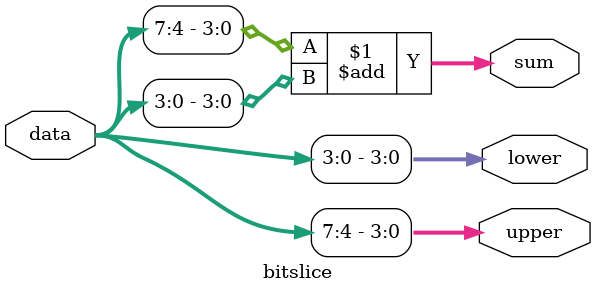
<source format=v>
module bitslice(
  input [7:0]data,
  output [3:0]upper,lower,sum);
  

  assign upper = data[7:4];
  assign lower = data[3:0];
  assign sum = upper + lower;

endmodule


</source>
